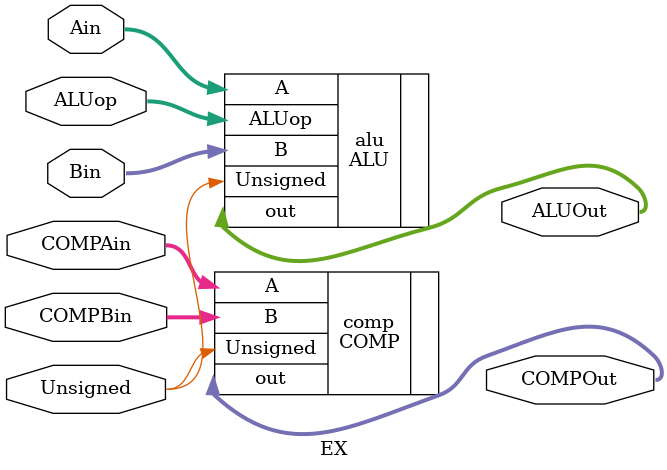
<source format=v>
`ifdef DEBUG
    `include "param.v"
`else
`include "../param.v"
`endif

module EX (
           input   wire [31: 0]    Ain,
           input   wire [31: 0]    Bin,
           input   wire [31: 0]    COMPAin,
           input   wire [31: 0]    COMPBin,
           input   wire [2: 0]     ALUop,
           input   wire            Unsigned,
           output  wire [1: 0]     COMPOut,
           output  wire [31: 0]    ALUOut
       );

/***************************************************************
                        Éè±¸Á¬½Ó
****************************************************************/

ALU alu (
        .A(Ain),
        .B(Bin),
        .ALUop(ALUop),
        .Unsigned(Unsigned),
        .out(ALUOut)
    );

COMP comp (
         .A(COMPAin),
         .B(COMPBin),
         .Unsigned(Unsigned),
         .out(COMPOut)
     );

endmodule

</source>
